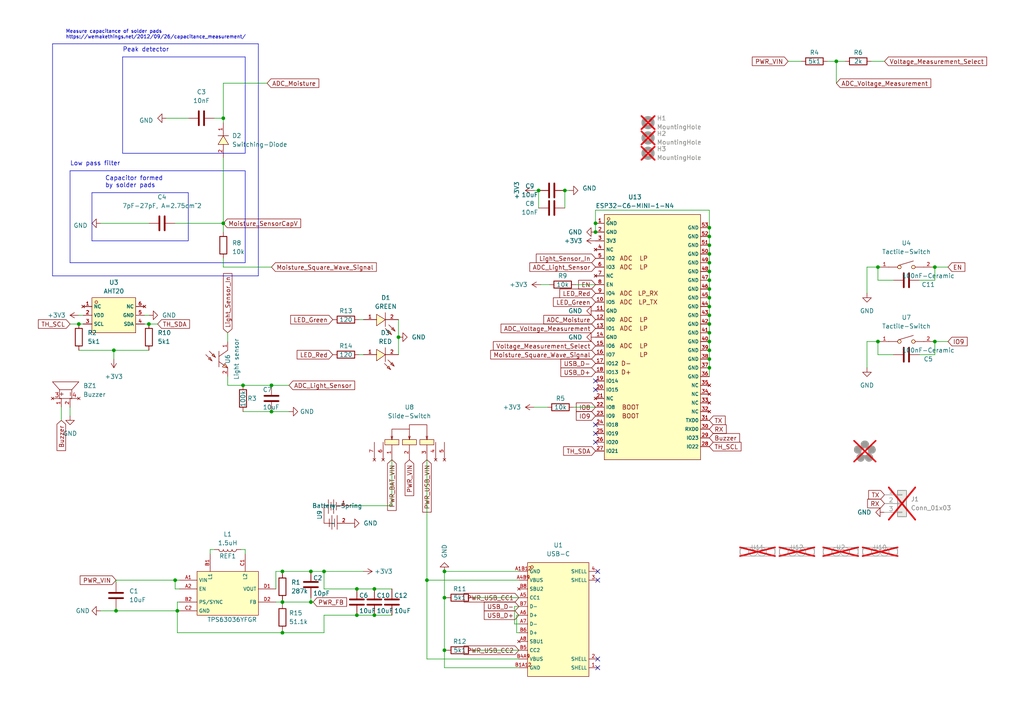
<source format=kicad_sch>
(kicad_sch (version 20231120) (generator "eeschema") (generator_version "8.0")
  (paper "A4")
  (title_block (title "Blumy") (date "2023-05-12") (rev "1.0"))
  (lib_symbols
    (symbol "Connector_Generic:Conn_01x03" (pin_names (offset 1.016) hide)
      (property "Reference" "J" (at 0 5.08 0))
      (property "Value" "Conn_01x03" (at 0 -5.08 0))
      (symbol "Conn_01x03_1_1"
        (pin passive line (at -5.08 2.54 0) (length 3.81) (name "Pin_1") (number "1"))
        (pin passive line (at -5.08 0 0) (length 3.81) (name "Pin_2") (number "2"))
        (pin passive line (at -5.08 -2.54 0) (length 3.81) (name "Pin_3") (number "3"))
      )
    )
    (symbol "Custom_Parts:AAA_Battery-Spring"
      (property "Reference" "U" (at 0 0 0))
      (symbol "AAA_Battery-Spring_1_1"
        (pin power_out line (at -3.81 -2.54 0) (length 3.81) (name "+") (number "1"))
        (pin power_out line (at -3.81 2.54 0) (length 3.81) (name "-") (number "2"))
      )
    )
    (symbol "Custom_Parts:AHT20-F"
      (property "Reference" "U" (at 0 1.27 0))
      (property "Value" "AHT20-F" (at 0 -2.54 0))
      (symbol "AHT20-F_0_1"
        (pin no_connect line (at -8.89 2.54 0) (length 2.54) (name "NC") (number "1"))
        (pin power_in line (at -8.89 0 0) (length 2.54) (name "VDD") (number "2"))
        (pin bidirectional line (at -8.89 -2.54 0) (length 2.54) (name "SCL") (number "3"))
        (pin bidirectional line (at 8.89 -2.54 180) (length 2.54) (name "SDA") (number "4"))
        (pin power_in line (at 8.89 0 180) (length 2.54) (name "GND") (number "5"))
        (pin no_connect line (at 8.89 2.54 180) (length 2.54) (name "NC") (number "6"))
      )
    )
    (symbol "Custom_Parts:ALS-PT19-315C_Light_Sensor" (pin_names hide)
      (property "Reference" "U" (at 0 1.27 0))
      (property "Value" "ALS-PT19-315C_Light_Sensor" (at 0 -2.54 0))
      (symbol "ALS-PT19-315C_Light_Sensor_1_1"
        (pin passive line (at 1.27 5.08 270) (length 2.54) (name "C") (number "1"))
        (pin passive line (at 1.27 -5.08 90) (length 2.54) (name "E") (number "2"))
      )
    )
    (symbol "Custom_Parts:Buzzer" (pin_names hide)
      (property "Reference" "B" (at 0 1.27 0))
      (property "Value" "Buzzer" (at 0 -2.54 0))
      (symbol "Buzzer_0_1"
        (pin input line (at -3.81 1.27 0) (length 2.54) (name "+") (number "1"))
        (pin power_in line (at -3.81 -1.27 0) (length 2.54) (name "2") (number "2"))
      )
      (symbol "Buzzer_1_1"
        (text "+" (at 0 1.27 0) (effects (font (size 1.27 1.27))))
        (text "-" (at 0 -1.27 0) (effects (font (size 1.27 1.27))))
        (pin no_connect line (at -1.27 3.81 270) (length 2.54) (name "NC") (number "3"))
        (pin no_connect line (at -1.27 -3.81 90) (length 2.54) (name "NC") (number "4"))
      )
    )
    (symbol "Custom_Parts:ESP32-C6-MINI-1-N4"
      (property "Reference" "U" (at 0 41.91 0))
      (property "Value" "ESP32-C6-MINI-1-N4" (at 0 39.37 0))
      (symbol "ESP32-C6-MINI-1-N4_0_1"
        (pin bidirectional line (at -11.43 10.16 0) (length 2.54) (name "IO5") (number "10"))
        (pin power_in line (at -11.43 7.62 0) (length 2.54) (name "GND") (number "11"))
        (pin bidirectional line (at -11.43 5.08 0) (length 2.54) (name "IO0") (number "12"))
        (pin bidirectional line (at -11.43 2.54 0) (length 2.54) (name "IO1") (number "13"))
        (pin power_in line (at -11.43 0 0) (length 2.54) (name "GND") (number "14"))
        (pin bidirectional line (at -11.43 -2.54 0) (length 2.54) (name "IO6") (number "15"))
        (pin bidirectional line (at -11.43 -5.08 0) (length 2.54) (name "IO7") (number "16"))
        (pin bidirectional line (at -11.43 -7.62 0) (length 2.54) (name "IO12") (number "17"))
        (pin bidirectional line (at -11.43 -10.16 0) (length 2.54) (name "IO13") (number "18"))
        (pin bidirectional line (at -11.43 -12.7 0) (length 2.54) (name "IO14") (number "19"))
        (pin bidirectional line (at -11.43 -15.24 0) (length 2.54) (name "IO15") (number "20"))
        (pin no_connect line (at -11.43 -17.78 0) (length 2.54) (name "NC") (number "21"))
        (pin bidirectional line (at -11.43 -20.32 0) (length 2.54) (name "IO8") (number "22"))
        (pin bidirectional line (at -11.43 -22.86 0) (length 2.54) (name "IO9") (number "23"))
        (pin bidirectional line (at -11.43 -25.4 0) (length 2.54) (name "IO18") (number "24"))
        (pin bidirectional line (at -11.43 -27.94 0) (length 2.54) (name "IO19") (number "25"))
        (pin bidirectional line (at -11.43 -30.48 0) (length 2.54) (name "IO20") (number "26"))
        (pin bidirectional line (at -11.43 -33.02 0) (length 2.54) (name "IO21") (number "27"))
        (pin bidirectional line (at 21.59 -31.75 180) (length 2.54) (name "IO22") (number "28"))
        (pin bidirectional line (at 21.59 -29.21 180) (length 2.54) (name "IO23") (number "29"))
        (pin bidirectional line (at 21.59 -26.67 180) (length 2.54) (name "RXD0") (number "30"))
        (pin bidirectional line (at 21.59 -24.13 180) (length 2.54) (name "TXD0") (number "31"))
        (pin no_connect line (at 21.59 -21.59 180) (length 2.54) (name "NC") (number "32"))
        (pin no_connect line (at 21.59 -19.05 180) (length 2.54) (name "NC") (number "33"))
        (pin no_connect line (at 21.59 -16.51 180) (length 2.54) (name "NC") (number "34"))
        (pin no_connect line (at 21.59 -13.97 180) (length 2.54) (name "NC") (number "35"))
        (pin power_in line (at 21.59 -11.43 180) (length 2.54) (name "GND") (number "36"))
        (pin power_in line (at 21.59 -8.89 180) (length 2.54) (name "GND") (number "37"))
        (pin power_in line (at 21.59 -6.35 180) (length 2.54) (name "GND") (number "38"))
        (pin power_in line (at 21.59 -3.81 180) (length 2.54) (name "GND") (number "39"))
        (pin power_in line (at 21.59 -1.27 180) (length 2.54) (name "GND") (number "40"))
        (pin power_in line (at 21.59 1.27 180) (length 2.54) (name "GND") (number "41"))
        (pin power_in line (at 21.59 3.81 180) (length 2.54) (name "GND") (number "42"))
        (pin power_in line (at 21.59 6.35 180) (length 2.54) (name "GND") (number "43"))
        (pin power_in line (at 21.59 8.89 180) (length 2.54) (name "GND") (number "44"))
        (pin power_in line (at 21.59 11.43 180) (length 2.54) (name "GND") (number "45"))
        (pin power_in line (at 21.59 13.97 180) (length 2.54) (name "GND") (number "46"))
        (pin power_in line (at 21.59 16.51 180) (length 2.54) (name "GND") (number "47"))
        (pin power_in line (at 21.59 19.05 180) (length 2.54) (name "GND") (number "48"))
        (pin power_in line (at 21.59 21.59 180) (length 2.54) (name "GND") (number "49"))
        (pin bidirectional line (at -11.43 22.86 0) (length 2.54) (name "IO2") (number "5"))
        (pin power_in line (at 21.59 24.13 180) (length 2.54) (name "GND") (number "50"))
        (pin power_in line (at 21.59 26.67 180) (length 2.54) (name "GND") (number "51"))
        (pin power_in line (at 21.59 29.21 180) (length 2.54) (name "GND") (number "52"))
        (pin power_in line (at 21.59 31.75 180) (length 2.54) (name "GND") (number "53"))
        (pin bidirectional line (at -11.43 20.32 0) (length 2.54) (name "IO3") (number "6"))
        (pin no_connect line (at -11.43 17.78 0) (length 2.54) (name "NC") (number "7"))
        (pin input line (at -11.43 15.24 0) (length 2.54) (name "EN") (number "8"))
        (pin bidirectional line (at -11.43 12.7 0) (length 2.54) (name "IO4") (number "9"))
      )
      (symbol "ESP32-C6-MINI-1-N4_1_1"
        (text "ADC" (at -2.54 -2.54 0) (effects (font (size 1.27 1.27))))
        (text "ADC" (at -2.54 2.54 0) (effects (font (size 1.27 1.27))))
        (text "ADC" (at -2.54 5.08 0) (effects (font (size 1.27 1.27))))
        (text "ADC" (at -2.54 10.16 0) (effects (font (size 1.27 1.27))))
        (text "ADC" (at -2.54 12.7 0) (effects (font (size 1.27 1.27))))
        (text "ADC" (at -2.54 20.32 0) (effects (font (size 1.27 1.27))))
        (text "ADC" (at -2.54 22.86 0) (effects (font (size 1.27 1.27))))
        (text "BOOT" (at -1.27 -22.86 0) (effects (font (size 1.27 1.27))))
        (text "BOOT" (at -1.27 -20.32 0) (effects (font (size 1.27 1.27))))
        (text "D+" (at -2.54 -10.16 0) (effects (font (size 1.27 1.27))))
        (text "D-" (at -2.54 -7.62 0) (effects (font (size 1.27 1.27))))
        (text "LP" (at 2.54 -5.08 0) (effects (font (size 1.27 1.27))))
        (text "LP" (at 2.54 -2.54 0) (effects (font (size 1.27 1.27))))
        (text "LP" (at 2.54 2.54 0) (effects (font (size 1.27 1.27))))
        (text "LP" (at 2.54 5.08 0) (effects (font (size 1.27 1.27))))
        (text "LP" (at 2.54 20.32 0) (effects (font (size 1.27 1.27))))
        (text "LP" (at 2.54 22.86 0) (effects (font (size 1.27 1.27))))
        (text "LP_RX" (at 3.81 12.7 0) (effects (font (size 1.27 1.27))))
        (text "LP_TX" (at 3.81 10.16 0) (effects (font (size 1.27 1.27))))
        (pin power_in line (at -11.43 33.02 0) (length 2.54) (name "GND") (number "1"))
        (pin power_in line (at -11.43 30.48 0) (length 2.54) (name "GND") (number "2"))
        (pin power_in line (at -11.43 27.94 0) (length 2.54) (name "3V3") (number "3"))
        (pin no_connect line (at -11.43 25.4 0) (length 2.54) (name "NC") (number "4"))
      )
    )
    (symbol "Custom_Parts:Flower" (pin_names (offset 1.016)))
    (symbol "Custom_Parts:HC-TYPE-C-16P-01A-G"
      (property "Reference" "U" (at 0 1.27 0))
      (property "Value" "HC-TYPE-C-16P-01A-G" (at 0 -2.54 0))
      (symbol "HC-TYPE-C-16P-01A-G_0_1"
        (pin passive line (at 10.16 -12.7 180) (length 2.54) (name "SHELL") (number "1"))
        (pin passive line (at 10.16 -10.16 180) (length 2.54) (name "SHELL") (number "2"))
        (pin passive line (at 10.16 12.7 180) (length 2.54) (name "SHELL") (number "3"))
        (pin passive line (at 10.16 15.24 180) (length 2.54) (name "SHELL") (number "4"))
        (pin power_out line (at -12.7 15.24 0) (length 2.54) (name "GND") (number "A1B12"))
        (pin power_out line (at -12.7 12.7 0) (length 2.54) (name "VBUS") (number "A4B9"))
        (pin passive line (at -12.7 7.62 0) (length 2.54) (name "CC1") (number "A5"))
        (pin bidirectional line (at -12.7 2.54 0) (length 2.54) (name "D+") (number "A6"))
        (pin bidirectional line (at -12.7 0 0) (length 2.54) (name "D-") (number "A7"))
        (pin no_connect line (at -12.7 -5.08 0) (length 2.54) (name "SBU1") (number "A8"))
        (pin power_in line (at -12.7 -12.7 0) (length 2.54) (name "GND") (number "B1A12"))
        (pin power_in line (at -12.7 -10.16 0) (length 2.54) (name "VBUS") (number "B4A9"))
        (pin passive line (at -12.7 -7.62 0) (length 2.54) (name "CC2") (number "B5"))
        (pin bidirectional line (at -12.7 -2.54 0) (length 2.54) (name "D+") (number "B6"))
        (pin bidirectional line (at -12.7 5.08 0) (length 2.54) (name "D-") (number "B7"))
        (pin no_connect line (at -12.7 10.16 0) (length 2.54) (name "SBU2") (number "B8"))
      )
    )
    (symbol "Custom_Parts:Led_Green" (pin_names hide)
      (property "Reference" "LED" (at 0 1.27 0))
      (property "Value" "Led_Green" (at 0 -2.54 0))
      (symbol "Led_Green_1_1"
        (pin passive line (at 5.08 0 180) (length 3.81) (name "A") (number "1"))
        (pin passive line (at -5.08 0 0) (length 3.81) (name "K") (number "2"))
      )
    )
    (symbol "Custom_Parts:Led_Red" (pin_names hide)
      (property "Reference" "LED" (at 0 1.27 0))
      (property "Value" "Led_Red" (at 0 -2.54 0))
      (symbol "Led_Red_0_1"
        (pin passive line (at 5.08 0 180) (length 3.81) (name "+") (number "1"))
        (pin passive line (at -5.08 0 0) (length 3.81) (name "-") (number "2"))
      )
    )
    (symbol "Custom_Parts:MK-12C02-G025" (pin_names hide)
      (property "Reference" "U" (at 0 1.27 0))
      (property "Value" "MK-12C02-G025" (at 0 -2.54 0))
      (symbol "MK-12C02-G025_0_1"
        (pin no_connect line (at 7.62 -5.08 90) (length 5.08) (name "4") (number "4"))
        (pin no_connect line (at 10.16 -5.08 90) (length 5.08) (name "5") (number "5"))
        (pin no_connect line (at -7.62 -5.08 90) (length 5.08) (name "6") (number "6"))
        (pin no_connect line (at -10.16 -5.08 90) (length 5.08) (name "7") (number "7"))
      )
      (symbol "MK-12C02-G025_1_1"
        (pin power_in line (at -5.08 -5.08 90) (length 4.318) (name "1") (number "1"))
        (pin power_out line (at 0 -5.08 90) (length 4.318) (name "2") (number "2"))
        (pin power_in line (at 5.08 -5.08 90) (length 4.318) (name "3") (number "3"))
      )
    )
    (symbol "Custom_Parts:MouseBite5mm"
      (property "Reference" "U" (at 0 0 0))
    )
    (symbol "Custom_Parts:SOD-123-Switching-Diode" (pin_names hide)
      (property "Reference" "U" (at 0 1.27 0))
      (property "Value" "SOD-123-Switching-Diode" (at 0 -2.54 0))
      (symbol "SOD-123-Switching-Diode_1_1"
        (pin passive line (at -5.08 0 0) (length 3.81) (name "K") (number "1"))
        (pin passive line (at 5.08 0 180) (length 3.81) (name "A") (number "2"))
      )
    )
    (symbol "Custom_Parts:TPS63036YFGR"
      (property "Reference" "REF" (at 0 1.27 0))
      (property "Value" "TPS63036YFGR" (at -1.27 -6.35 0))
      (symbol "TPS63036YFGR_0_1"
        (pin power_in line (at -15.24 5.08 0) (length 5.08) (name "VIN") (number "A1"))
        (pin input line (at -15.24 2.54 0) (length 5.08) (name "EN") (number "A2"))
        (pin passive line (at -6.35 12.7 270) (length 5.08) (name "L1") (number "B1"))
        (pin input line (at -15.24 -1.27 0) (length 5.08) (name "PS/SYNC") (number "B2"))
        (pin passive line (at 3.81 12.7 270) (length 5.08) (name "L2") (number "C1"))
        (pin power_in line (at -15.24 -3.81 0) (length 5.08) (name "GND") (number "C2"))
        (pin power_out line (at 12.7 2.54 180) (length 5.08) (name "VOUT") (number "D1"))
        (pin input line (at 12.7 -1.27 180) (length 5.08) (name "FB") (number "D2"))
      )
    )
    (symbol "Custom_Parts:TS-1088-AR02016" (pin_names hide)
      (property "Reference" "U" (at 0 1.27 0))
      (property "Value" "TS-1088-AR02016" (at 0 -2.54 0))
      (symbol "TS-1088-AR02016_0_1"
        (pin passive line (at -7.62 0 0) (length 2.54) (name "1") (number "1"))
        (pin passive line (at 7.62 0 180) (length 2.54) (name "2") (number "2"))
      )
    )
    (symbol "Device:C" (pin_numbers hide) (pin_names (offset 0.254))
      (property "Reference" "C" (at 0.635 2.54 0))
      (property "Value" "C" (at 0.635 -2.54 0))
      (symbol "C_1_1"
        (pin passive line (at 0 3.81 270) (length 2.794) (name "~") (number "1"))
        (pin passive line (at 0 -3.81 90) (length 2.794) (name "~") (number "2"))
      )
    )
    (symbol "Device:L" (pin_numbers hide) (pin_names (offset 1.016) hide)
      (property "Reference" "L" (at -1.27 0 90))
      (property "Value" "L" (at 1.905 0 90))
      (symbol "L_1_1"
        (pin passive line (at 0 3.81 270) (length 1.27) (name "1") (number "1"))
        (pin passive line (at 0 -3.81 90) (length 1.27) (name "2") (number "2"))
      )
    )
    (symbol "Device:R" (pin_numbers hide) (pin_names (offset 0))
      (property "Reference" "R" (at 2.032 0 90))
      (property "Value" "R" (at 0 0 90))
      (symbol "R_1_1"
        (pin passive line (at 0 3.81 270) (length 1.27) (name "~") (number "1"))
        (pin passive line (at 0 -3.81 90) (length 1.27) (name "~") (number "2"))
      )
    )
    (symbol "Mechanical:MountingHole" (pin_names (offset 1.016))
      (property "Reference" "H" (at 0 5.08 0))
      (property "Value" "MountingHole" (at 0 3.175 0))
    )
    (symbol "power:+3V3" (power) (pin_names (offset 0))
      (property "Value" "+3V3" (at 0 3.556 0))
      (symbol "+3V3_1_1"
        (pin power_in line (at 0 0 90) (length 0) hide (name "+3V3") (number "1"))
      )
    )
    (symbol "power:GND" (power) (pin_names (offset 0))
      (property "Value" "GND" (at 0 -3.81 0))
      (symbol "GND_1_1"
        (pin power_in line (at 0 0 270) (length 0) hide (name "GND") (number "1"))
      )
    )
  )
  (junction (at 81.915 174.625))
  (junction (at 205.74 81.28))
  (junction (at 254.635 99.06))
  (junction (at 205.74 101.6))
  (junction (at 205.74 83.82))
  (junction (at 33.655 177.165))
  (junction (at 81.915 165.735))
  (junction (at 242.57 17.78))
  (junction (at 115.57 97.79))
  (junction (at 254.635 77.47))
  (junction (at 205.74 93.98))
  (junction (at 33.02 101.6))
  (junction (at 205.74 68.58))
  (junction (at 78.74 111.76))
  (junction (at 163.83 55.245))
  (junction (at 205.74 91.44))
  (junction (at 78.74 119.38))
  (junction (at 205.74 71.12))
  (junction (at 205.74 86.36))
  (junction (at 123.825 168.275))
  (junction (at 43.18 93.98))
  (junction (at 103.505 170.815))
  (junction (at 205.74 88.9))
  (junction (at 205.74 66.04))
  (junction (at 205.74 78.74))
  (junction (at 205.74 73.66))
  (junction (at 205.74 96.52))
  (junction (at 90.17 165.735))
  (junction (at 271.145 99.06))
  (junction (at 50.8 168.275))
  (junction (at 205.74 106.68))
  (junction (at 156.21 55.245))
  (junction (at 81.915 183.515))
  (junction (at 108.585 178.435))
  (junction (at 205.74 104.14))
  (junction (at 22.86 93.98))
  (junction (at 64.77 64.77))
  (junction (at 128.905 188.595))
  (junction (at 172.72 64.77))
  (junction (at 128.905 173.355))
  (junction (at 108.585 170.815))
  (junction (at 172.72 67.31))
  (junction (at 64.77 34.29))
  (junction (at 205.74 76.2))
  (junction (at 205.74 99.06))
  (junction (at 271.145 77.47))
  (junction (at 70.485 111.76))
  (junction (at 103.505 178.435))
  (junction (at 128.905 165.735))
  (junction (at 90.17 174.625))
  (junction (at 93.98 165.735))
  (junction (at 51.435 177.165))
  (no_connect (at 173.355 168.275))
  (no_connect (at 173.355 165.735))
  (no_connect (at 173.355 191.135))
  (no_connect (at 173.355 193.675))
  (no_connect (at 172.72 125.73))
  (no_connect (at 172.72 113.03))
  (no_connect (at 172.72 123.19))
  (no_connect (at 172.72 110.49))
  (no_connect (at 172.72 128.27))
  (wire (pts (xy 128.905 188.595) (xy 128.905 193.675)))
  (wire (pts (xy 66.04 109.22) (xy 66.04 111.76)))
  (wire (pts (xy 101.6 146.685) (xy 113.665 146.685)))
  (wire (pts (xy 104.14 92.71) (xy 105.41 92.71)))
  (wire (pts (xy 205.74 96.52) (xy 205.74 99.06)))
  (wire (pts (xy 123.825 191.135) (xy 150.495 191.135)))
  (polyline (pts (xy 20.32 76.2) (xy 71.12 76.2)))
  (polyline (pts (xy 26.67 55.88) (xy 26.67 69.85)))
  (wire (pts (xy 159.385 82.55) (xy 156.845 82.55)))
  (wire (pts (xy 128.905 173.355) (xy 128.905 188.595)))
  (wire (pts (xy 205.74 91.44) (xy 205.74 93.98)))
  (wire (pts (xy 52.07 170.815) (xy 50.8 170.815)))
  (wire (pts (xy 205.74 60.96) (xy 205.74 66.04)))
  (polyline (pts (xy 54.61 69.85) (xy 54.61 55.88)))
  (wire (pts (xy 271.145 102.87) (xy 271.145 99.06)))
  (wire (pts (xy 205.74 99.06) (xy 205.74 101.6)))
  (wire (pts (xy 205.74 78.74) (xy 205.74 81.28)))
  (wire (pts (xy 240.03 17.78) (xy 242.57 17.78)))
  (wire (pts (xy 228.6 17.78) (xy 232.41 17.78)))
  (wire (pts (xy 33.02 101.6) (xy 43.18 101.6)))
  (wire (pts (xy 172.72 64.77) (xy 172.72 60.96)))
  (wire (pts (xy 78.74 119.38) (xy 83.82 119.38)))
  (wire (pts (xy 270.51 77.47) (xy 271.145 77.47)))
  (wire (pts (xy 104.14 102.87) (xy 105.41 102.87)))
  (wire (pts (xy 205.74 68.58) (xy 205.74 71.12)))
  (polyline (pts (xy 15.24 12.7) (xy 74.93 12.7)))
  (wire (pts (xy 48.26 34.29) (xy 54.61 34.29)))
  (wire (pts (xy 60.96 159.385) (xy 60.96 160.655)))
  (wire (pts (xy 22.86 93.98) (xy 24.13 93.98)))
  (wire (pts (xy 205.74 106.68) (xy 205.74 109.22)))
  (wire (pts (xy 43.18 93.98) (xy 41.91 93.98)))
  (wire (pts (xy 64.77 74.93) (xy 64.77 77.47)))
  (wire (pts (xy 52.07 174.625) (xy 51.435 174.625)))
  (wire (pts (xy 150.495 175.895) (xy 149.225 175.895)))
  (wire (pts (xy 254.635 99.06) (xy 255.27 99.06)))
  (wire (pts (xy 51.435 183.515) (xy 51.435 177.165)))
  (wire (pts (xy 93.98 178.435) (xy 103.505 178.435)))
  (wire (pts (xy 93.98 165.735) (xy 93.98 170.815)))
  (wire (pts (xy 128.905 188.595) (xy 129.54 188.595)))
  (wire (pts (xy 80.01 174.625) (xy 81.915 174.625)))
  (wire (pts (xy 81.915 165.735) (xy 81.915 166.37)))
  (wire (pts (xy 22.86 91.44) (xy 24.13 91.44)))
  (wire (pts (xy 251.46 77.47) (xy 251.46 85.09)))
  (wire (pts (xy 70.485 111.76) (xy 78.74 111.76)))
  (wire (pts (xy 128.905 165.735) (xy 128.905 173.355)))
  (wire (pts (xy 81.915 175.26) (xy 81.915 174.625)))
  (wire (pts (xy 33.655 176.53) (xy 33.655 177.165)))
  (wire (pts (xy 64.77 24.13) (xy 77.47 24.13)))
  (wire (pts (xy 103.505 170.815) (xy 108.585 170.815)))
  (wire (pts (xy 66.04 111.76) (xy 70.485 111.76)))
  (wire (pts (xy 163.83 55.245) (xy 163.83 60.325)))
  (wire (pts (xy 123.825 133.35) (xy 123.825 168.275)))
  (wire (pts (xy 205.74 86.36) (xy 205.74 88.9)))
  (wire (pts (xy 205.74 71.12) (xy 205.74 73.66)))
  (wire (pts (xy 103.505 178.435) (xy 108.585 178.435)))
  (wire (pts (xy 205.74 83.82) (xy 205.74 86.36)))
  (polyline (pts (xy 15.24 80.01) (xy 74.93 80.01)))
  (wire (pts (xy 108.585 170.815) (xy 113.665 170.815)))
  (wire (pts (xy 149.86 178.435) (xy 150.495 178.435)))
  (wire (pts (xy 137.16 188.595) (xy 150.495 188.595)))
  (wire (pts (xy 29.21 177.165) (xy 33.655 177.165)))
  (wire (pts (xy 62.23 159.385) (xy 60.96 159.385)))
  (wire (pts (xy 137.16 173.355) (xy 150.495 173.355)))
  (wire (pts (xy 251.46 99.06) (xy 251.46 106.68)))
  (wire (pts (xy 205.74 88.9) (xy 205.74 91.44)))
  (wire (pts (xy 41.91 91.44) (xy 43.18 91.44)))
  (wire (pts (xy 149.225 180.975) (xy 150.495 180.975)))
  (wire (pts (xy 172.72 64.77) (xy 172.72 67.31)))
  (wire (pts (xy 90.17 174.625) (xy 90.805 174.625)))
  (wire (pts (xy 205.74 93.98) (xy 205.74 96.52)))
  (wire (pts (xy 71.12 159.385) (xy 71.12 160.655)))
  (wire (pts (xy 93.98 165.735) (xy 90.17 165.735)))
  (wire (pts (xy 81.915 174.625) (xy 90.17 174.625)))
  (wire (pts (xy 17.78 118.11) (xy 17.78 121.92)))
  (wire (pts (xy 90.17 165.735) (xy 81.915 165.735)))
  (wire (pts (xy 113.665 146.685) (xy 113.665 133.35)))
  (wire (pts (xy 271.145 81.28) (xy 271.145 77.47)))
  (wire (pts (xy 252.73 17.78) (xy 256.54 17.78)))
  (wire (pts (xy 81.915 174.625) (xy 81.915 173.99)))
  (wire (pts (xy 115.57 97.79) (xy 115.57 102.87)))
  (wire (pts (xy 29.21 64.77) (xy 43.18 64.77)))
  (wire (pts (xy 50.8 170.815) (xy 50.8 168.275)))
  (wire (pts (xy 242.57 17.78) (xy 242.57 24.13)))
  (wire (pts (xy 20.32 118.11) (xy 20.32 120.65)))
  (polyline (pts (xy 20.32 49.53) (xy 71.12 49.53)))
  (wire (pts (xy 254.635 102.87) (xy 254.635 99.06)))
  (wire (pts (xy 165.1 55.245) (xy 163.83 55.245)))
  (wire (pts (xy 93.98 170.815) (xy 103.505 170.815)))
  (wire (pts (xy 205.74 81.28) (xy 205.74 83.82)))
  (wire (pts (xy 64.77 77.47) (xy 78.74 77.47)))
  (wire (pts (xy 50.8 168.275) (xy 52.07 168.275)))
  (wire (pts (xy 254.635 81.28) (xy 254.635 77.47)))
  (wire (pts (xy 128.905 173.355) (xy 129.54 173.355)))
  (wire (pts (xy 128.905 193.675) (xy 150.495 193.675)))
  (polyline (pts (xy 15.24 80.01) (xy 15.24 12.7)))
  (wire (pts (xy 271.145 77.47) (xy 274.955 77.47)))
  (wire (pts (xy 64.77 24.13) (xy 64.77 34.29)))
  (wire (pts (xy 205.74 66.04) (xy 205.74 68.58)))
  (wire (pts (xy 172.72 118.11) (xy 166.37 118.11)))
  (wire (pts (xy 51.435 174.625) (xy 51.435 177.165)))
  (wire (pts (xy 271.145 99.06) (xy 274.955 99.06)))
  (wire (pts (xy 123.825 168.275) (xy 150.495 168.275)))
  (wire (pts (xy 20.32 93.98) (xy 22.86 93.98)))
  (wire (pts (xy 205.74 76.2) (xy 205.74 78.74)))
  (wire (pts (xy 93.98 183.515) (xy 93.98 178.435)))
  (polyline (pts (xy 26.67 55.88) (xy 54.61 55.88)))
  (wire (pts (xy 33.02 101.6) (xy 33.02 104.14)))
  (polyline (pts (xy 20.32 49.53) (xy 20.32 76.2)))
  (wire (pts (xy 266.7 81.28) (xy 271.145 81.28)))
  (wire (pts (xy 259.08 81.28) (xy 254.635 81.28)))
  (wire (pts (xy 128.905 165.735) (xy 150.495 165.735)))
  (wire (pts (xy 80.01 165.735) (xy 80.01 170.815)))
  (wire (pts (xy 81.915 182.88) (xy 81.915 183.515)))
  (wire (pts (xy 172.72 82.55) (xy 167.005 82.55)))
  (wire (pts (xy 33.655 168.275) (xy 50.8 168.275)))
  (wire (pts (xy 62.23 34.29) (xy 64.77 34.29)))
  (wire (pts (xy 266.7 102.87) (xy 271.145 102.87)))
  (polyline (pts (xy 26.67 69.85) (xy 54.61 69.85)))
  (polyline (pts (xy 35.56 44.45) (xy 71.12 44.45)))
  (polyline (pts (xy 35.56 16.51) (xy 35.56 44.45)))
  (wire (pts (xy 81.915 183.515) (xy 51.435 183.515)))
  (wire (pts (xy 64.77 67.31) (xy 64.77 64.77)))
  (wire (pts (xy 149.225 175.895) (xy 149.225 180.975)))
  (wire (pts (xy 90.17 173.355) (xy 90.17 174.625)))
  (wire (pts (xy 205.74 73.66) (xy 205.74 76.2)))
  (wire (pts (xy 64.77 34.29) (xy 64.77 35.56)))
  (wire (pts (xy 115.57 92.71) (xy 115.57 97.79)))
  (wire (pts (xy 51.435 177.165) (xy 52.07 177.165)))
  (wire (pts (xy 105.41 165.735) (xy 93.98 165.735)))
  (wire (pts (xy 172.72 60.96) (xy 205.74 60.96)))
  (wire (pts (xy 123.825 168.275) (xy 123.825 191.135)))
  (wire (pts (xy 50.8 64.77) (xy 64.77 64.77)))
  (wire (pts (xy 66.04 96.52) (xy 66.04 99.06)))
  (wire (pts (xy 78.74 111.76) (xy 83.82 111.76)))
  (wire (pts (xy 150.495 183.515) (xy 149.86 183.515)))
  (wire (pts (xy 64.77 45.72) (xy 64.77 64.77)))
  (wire (pts (xy 251.46 99.06) (xy 254.635 99.06)))
  (wire (pts (xy 149.86 183.515) (xy 149.86 178.435)))
  (wire (pts (xy 81.915 183.515) (xy 93.98 183.515)))
  (wire (pts (xy 242.57 17.78) (xy 245.11 17.78)))
  (wire (pts (xy 158.75 118.11) (xy 154.94 118.11)))
  (wire (pts (xy 69.85 159.385) (xy 71.12 159.385)))
  (wire (pts (xy 254.635 77.47) (xy 255.27 77.47)))
  (polyline (pts (xy 71.12 16.51) (xy 35.56 16.51)))
  (wire (pts (xy 33.655 177.165) (xy 51.435 177.165)))
  (wire (pts (xy 22.86 101.6) (xy 33.02 101.6)))
  (wire (pts (xy 205.74 104.14) (xy 205.74 106.68)))
  (polyline (pts (xy 71.12 76.2) (xy 71.12 49.53)))
  (wire (pts (xy 156.21 55.245) (xy 156.21 60.325)))
  (wire (pts (xy 108.585 178.435) (xy 113.665 178.435)))
  (polyline (pts (xy 71.12 16.51) (xy 71.12 44.45)))
  (wire (pts (xy 33.655 168.91) (xy 33.655 168.275)))
  (wire (pts (xy 259.08 102.87) (xy 254.635 102.87)))
  (wire (pts (xy 45.72 93.98) (xy 43.18 93.98)))
  (polyline (pts (xy 74.93 12.7) (xy 74.93 80.01)))
  (wire (pts (xy 251.46 77.47) (xy 254.635 77.47)))
  (wire (pts (xy 205.74 101.6) (xy 205.74 104.14)))
  (wire (pts (xy 70.485 119.38) (xy 78.74 119.38)))
  (wire (pts (xy 154.94 55.245) (xy 156.21 55.245)))
  (wire (pts (xy 270.51 99.06) (xy 271.145 99.06)))
  (wire (pts (xy 81.915 165.735) (xy 80.01 165.735)))
  (text "Capacitor formed\nby solder pads" (at 30.48 54.61 0) (effects (font (size 1.27 1.27)) (justify left bottom)))
  (text "Measure capacitance of solder pads\nhttps://wemakethings.net/2012/09/26/capacitance_measurement/" (at 19.05 11.43 0) (effects (font (size 1 1)) (justify left bottom)))
  (text "Peak detector" (at 35.56 15.24 0) (effects (font (size 1.27 1.27)) (justify left bottom)))
  (text "Low pass filter" (at 20.32 48.26 0) (effects (font (size 1.27 1.27)) (justify left bottom)))
  (global_label "IO9" (shape input) (at 274.955 99.06 0) (property "Intersheetrefs" "${INTERSHEET_REFS}" (effects (hide yes))))
  (global_label "Buzzer" (shape input) (at 205.74 127 0) (property "Intersheetrefs" "${INTERSHEET_REFS}" (effects (hide yes))))
  (global_label "USB_D+" (shape input) (at 172.72 107.95 180) (property "Intersheetrefs" "${INTERSHEET_REFS}" (effects (hide yes))))
  (global_label "USB_D-" (shape input) (at 150.495 175.895 180) (property "Intersheetrefs" "${INTERSHEET_REFS}" (effects (hide yes))))
  (global_label "ADC_Moisture" (shape input) (at 77.47 24.13 0) (property "Intersheetrefs" "${INTERSHEET_REFS}" (effects (hide yes))))
  (global_label "Buzzer" (shape input) (at 17.78 121.92 270) (property "Intersheetrefs" "${INTERSHEET_REFS}" (effects (hide yes))))
  (global_label "ADC_Voltage_Measurement" (shape input) (at 172.72 95.25 180) (property "Intersheetrefs" "${INTERSHEET_REFS}" (effects (hide yes))))
  (global_label "ADC_Voltage_Measurement" (shape input) (at 242.57 24.13 0) (property "Intersheetrefs" "${INTERSHEET_REFS}" (effects (hide yes))))
  (global_label "Voltage_Measurement_Select" (shape input) (at 172.72 100.33 180) (property "Intersheetrefs" "${INTERSHEET_REFS}" (effects (hide yes))))
  (global_label "TH_SCL" (shape input) (at 205.74 129.54 0) (property "Intersheetrefs" "${INTERSHEET_REFS}" (effects (hide yes))))
  (global_label "TX" (shape input) (at 256.54 143.51 180) (property "Intersheetrefs" "${INTERSHEET_REFS}" (effects (hide yes))))
  (global_label "PWR_BAT_VIN" (shape input) (at 113.665 133.35 270) (property "Intersheetrefs" "${INTERSHEET_REFS}" (effects (hide yes))))
  (global_label "PWR_VIN" (shape input) (at 228.6 17.78 180) (property "Intersheetrefs" "${INTERSHEET_REFS}" (effects (hide yes))))
  (global_label "ADC_Light_Sensor" (shape input) (at 83.82 111.76 0) (property "Intersheetrefs" "${INTERSHEET_REFS}" (effects (hide yes))))
  (global_label "PWR_USB_CC1" (shape input) (at 150.495 173.355 180) (property "Intersheetrefs" "${INTERSHEET_REFS}" (effects (hide yes))))
  (global_label "LED_Red" (shape input) (at 96.52 102.87 180) (property "Intersheetrefs" "${INTERSHEET_REFS}" (effects (hide yes))))
  (global_label "PWR_USB_CC2" (shape input) (at 150.495 188.595 180) (property "Intersheetrefs" "${INTERSHEET_REFS}" (effects (hide yes))))
  (global_label "RX" (shape input) (at 256.54 146.05 180) (property "Intersheetrefs" "${INTERSHEET_REFS}" (effects (hide yes))))
  (global_label "ADC_Moisture" (shape input) (at 172.72 92.71 180) (property "Intersheetrefs" "${INTERSHEET_REFS}" (effects (hide yes))))
  (global_label "LED_Green" (shape input) (at 172.72 87.63 180) (property "Intersheetrefs" "${INTERSHEET_REFS}" (effects (hide yes))))
  (global_label "USB_D-" (shape input) (at 172.72 105.41 180) (property "Intersheetrefs" "${INTERSHEET_REFS}" (effects (hide yes))))
  (global_label "Moisture_Square_Wave_Signal" (shape input) (at 172.72 102.87 180) (property "Intersheetrefs" "${INTERSHEET_REFS}" (effects (hide yes))))
  (global_label "PWR_VIN" (shape input) (at 118.745 133.35 270) (property "Intersheetrefs" "${INTERSHEET_REFS}" (effects (hide yes))))
  (global_label "RX" (shape input) (at 205.74 124.46 0) (property "Intersheetrefs" "${INTERSHEET_REFS}" (effects (hide yes))))
  (global_label "LED_Red" (shape input) (at 172.72 85.09 180) (property "Intersheetrefs" "${INTERSHEET_REFS}" (effects (hide yes))))
  (global_label "TH_SDA" (shape input) (at 45.72 93.98 0) (property "Intersheetrefs" "${INTERSHEET_REFS}" (effects (hide yes))))
  (global_label "PWR_USB_VIN" (shape input) (at 123.825 133.35 270) (property "Intersheetrefs" "${INTERSHEET_REFS}" (effects (hide yes))))
  (global_label "PWR_FB" (shape input) (at 90.805 174.625 0) (property "Intersheetrefs" "${INTERSHEET_REFS}" (effects (hide yes))))
  (global_label "PWR_VIN" (shape input) (at 33.655 168.275 180) (property "Intersheetrefs" "${INTERSHEET_REFS}" (effects (hide yes))))
  (global_label "TH_SDA" (shape input) (at 172.72 130.81 180) (property "Intersheetrefs" "${INTERSHEET_REFS}" (effects (hide yes))))
  (global_label "LED_Green" (shape input) (at 96.52 92.71 180) (property "Intersheetrefs" "${INTERSHEET_REFS}" (effects (hide yes))))
  (global_label "IO8" (shape input) (at 172.72 118.11 180) (property "Intersheetrefs" "${INTERSHEET_REFS}" (effects (hide yes))))
  (global_label "USB_D+" (shape input) (at 150.495 178.435 180) (property "Intersheetrefs" "${INTERSHEET_REFS}" (effects (hide yes))))
  (global_label "ADC_Light_Sensor" (shape input) (at 172.72 77.47 180) (property "Intersheetrefs" "${INTERSHEET_REFS}" (effects (hide yes))))
  (global_label "EN" (shape input) (at 172.72 82.55 180) (property "Intersheetrefs" "${INTERSHEET_REFS}" (effects (hide yes))))
  (global_label "EN" (shape input) (at 274.955 77.47 0) (property "Intersheetrefs" "${INTERSHEET_REFS}" (effects (hide yes))))
  (global_label "TX" (shape input) (at 205.74 121.92 0) (property "Intersheetrefs" "${INTERSHEET_REFS}" (effects (hide yes))))
  (global_label "Light_Sensor_In" (shape input) (at 66.04 96.52 90) (property "Intersheetrefs" "${INTERSHEET_REFS}" (effects (hide yes))))
  (global_label "Voltage_Measurement_Select" (shape input) (at 256.54 17.78 0) (property "Intersheetrefs" "${INTERSHEET_REFS}" (effects (hide yes))))
  (global_label "Moisture_Square_Wave_Signal" (shape input) (at 78.74 77.47 0) (property "Intersheetrefs" "${INTERSHEET_REFS}" (effects (hide yes))))
  (global_label "TH_SCL" (shape input) (at 20.32 93.98 180) (property "Intersheetrefs" "${INTERSHEET_REFS}" (effects (hide yes))))
  (global_label "IO9" (shape input) (at 172.72 120.65 180) (property "Intersheetrefs" "${INTERSHEET_REFS}" (effects (hide yes))))
  (global_label "Light_Sensor_In" (shape input) (at 172.72 74.93 180) (property "Intersheetrefs" "${INTERSHEET_REFS}" (effects (hide yes))))
  (global_label "Moisture_SensorCapV" (shape input) (at 64.77 64.77 0) (property "Intersheetrefs" "${INTERSHEET_REFS}" (effects (hide yes))))
  (symbol (lib_id "Device:C") (at 78.74 115.57 0) (unit 1)
    (property "Reference" "C7" (at 76.2 113.03 0) (effects (justify left)))
    (property "Value" "10uF" (at 76.2 118.11 0) (effects (justify left)))
    (property "Footprint" "Capacitor_SMD:C_0402_1005Metric" (effects (hide yes)))
    (property "LCSC" "C15525" (effects (hide yes)))
    (property "MPN" "C15525" (effects (hide yes)))
  )
  (symbol (lib_id "power:GND") (at 43.18 91.44 90) (unit 1)
    (property "Reference" "#PWR016" (effects (hide yes)))
    (property "Value" "GND" (at 46.99 91.44 90) (effects (justify right)))
  )
  (symbol (lib_id "Custom_Parts:TS-1088-AR02016") (at 262.89 77.47 0) (unit 1)
    (property "Reference" "U4" (at 262.89 70.485 0))
    (property "Value" "Tactile-Switch" (at 262.89 73.025 0))
    (property "Footprint" "CustomFootprints:SW-SMD_L3.9-W3.0-P4.45" (effects (hide yes)))
    (property "Datasheet" "https://item.szlcsc.com/457636.html" (effects (hide yes)))
    (property "LCSC" "C720477" (effects (hide yes)))
    (property "MPN" "C720477" (effects (hide yes)))
  )
  (symbol (lib_id "Custom_Parts:MouseBite5mm") (at 255.27 160.02 0) (unit 1) (in_bom no) (dnp yes)
    (property "Reference" "U10" (at 255.27 158.75 0))
    (property "Value" "~" (at 255.27 160.02 0))
    (property "Footprint" "CustomFootprints:MouseBites5mm" (effects (hide yes)))
    (property "MPN" "/" (effects (hide yes)))
  )
  (symbol (lib_id "power:GND") (at 256.54 148.59 270) (unit 1)
    (property "Reference" "#PWR01" (effects (hide yes)))
    (property "Value" "GND" (at 252.73 148.59 90) (effects (justify right)))
  )
  (symbol (lib_id "power:GND") (at 251.46 106.68 0) (unit 1)
    (property "Reference" "#PWR012" (effects (hide yes)))
    (property "Value" "GND" (at 251.46 111.76 0))
  )
  (symbol (lib_id "power:GND") (at 172.72 97.79 270) (unit 1)
    (property "Reference" "#PWR06" (effects (hide yes)))
    (property "Value" "GND" (at 168.91 97.79 90) (effects (justify right)))
  )
  (symbol (lib_id "Device:C") (at 160.02 60.325 90) (unit 1)
    (property "Reference" "C8" (at 153.67 59.055 90))
    (property "Value" "10nF" (at 153.67 61.595 90))
    (property "Footprint" "Capacitor_SMD:C_0402_1005Metric" (effects (hide yes)))
    (property "LCSC" "C15195" (effects (hide yes)))
    (property "MPN" "C15195" (effects (hide yes)))
  )
  (symbol (lib_id "power:GND") (at 172.72 67.31 270) (unit 1)
    (property "Reference" "#PWR03" (effects (hide yes)))
    (property "Value" "GND" (at 168.91 67.31 90) (effects (justify right)))
  )
  (symbol (lib_id "power:GND") (at 48.26 34.29 270) (unit 1)
    (property "Reference" "#PWR013" (effects (hide yes)))
    (property "Value" "GND" (at 44.45 34.925 90) (effects (justify right)))
  )
  (symbol (lib_id "power:GND") (at 115.57 97.79 90) (unit 1)
    (property "Reference" "#PWR022" (effects (hide yes)))
    (property "Value" "GND" (at 119.38 97.79 90) (effects (justify right)))
  )
  (symbol (lib_id "Mechanical:MountingHole") (at 187.96 35.56 0) (unit 1) (in_bom no) (dnp yes)
    (property "Reference" "H1" (at 190.5 34.29 0) (effects (justify left)))
    (property "Value" "MountingHole" (at 190.5 36.83 0) (effects (justify left)))
    (property "Footprint" "MountingHole:MountingHole_3.2mm_M3" (effects (hide yes)))
    (property "MPN" "/" (effects (hide yes)))
  )
  (symbol (lib_id "power:+3V3") (at 33.02 104.14 180) (unit 1)
    (property "Reference" "#PWR023" (effects (hide yes)))
    (property "Value" "+3V3" (at 33.02 109.22 0))
  )
  (symbol (lib_id "Custom_Parts:MouseBite5mm") (at 243.84 160.02 0) (unit 1) (in_bom no) (dnp yes)
    (property "Reference" "U2" (at 243.84 158.75 0))
    (property "Value" "~" (at 243.84 160.02 0))
    (property "Footprint" "CustomFootprints:MouseBites5mm" (effects (hide yes)))
    (property "MPN" "/" (effects (hide yes)))
  )
  (symbol (lib_id "Custom_Parts:Led_Green") (at 110.49 92.71 180) (unit 1)
    (property "Reference" "D1" (at 111.887 86.36 0))
    (property "Value" "GREEN" (at 111.887 88.9 0))
    (property "Footprint" "CustomFootprints:LED0805-R-RD" (effects (hide yes)))
    (property "Datasheet" "https://item.szlcsc.com/88042.html" (effects (hide yes)))
    (property "LCSC" "C2297" (effects (hide yes)))
    (property "MPN" "C2297" (effects (hide yes)))
  )
  (symbol (lib_id "power:+3V3") (at 22.86 91.44 90) (unit 1)
    (property "Reference" "#PWR015" (effects (hide yes)))
    (property "Value" "+3V3" (at 19.05 91.44 90) (effects (justify left)))
  )
  (symbol (lib_id "Custom_Parts:TS-1088-AR02016") (at 262.89 99.06 0) (unit 1)
    (property "Reference" "U7" (at 262.89 92.075 0))
    (property "Value" "Tactile-Switch" (at 262.89 94.615 0))
    (property "Footprint" "CustomFootprints:SW-SMD_L3.9-W3.0-P4.45" (effects (hide yes)))
    (property "Datasheet" "https://item.szlcsc.com/457636.html" (effects (hide yes)))
    (property "LCSC" "C720477" (effects (hide yes)))
    (property "MPN" "C720477" (effects (hide yes)))
  )
  (symbol (lib_id "Device:C") (at 113.665 174.625 0) (unit 1)
    (property "Reference" "C12" (at 114.3 172.72 0) (effects (justify left)))
    (property "Value" "10uF" (at 114.3 177.165 0) (effects (justify left)))
    (property "Footprint" "Capacitor_SMD:C_0402_1005Metric" (effects (hide yes)))
    (property "LCSC" "C15525" (effects (hide yes)))
    (property "MPN" "C15525" (effects (hide yes)))
  )
  (symbol (lib_id "power:GND") (at 128.905 165.735 180) (unit 1)
    (property "Reference" "#PWR024" (effects (hide yes)))
    (property "Value" "GND" (at 128.905 161.925 90) (effects (justify right)))
  )
  (symbol (lib_id "Device:R") (at 236.22 17.78 90) (unit 1)
    (property "Reference" "R4" (at 236.22 15.24 90))
    (property "Value" "5k1" (at 236.22 17.78 90))
    (property "Footprint" "Resistor_SMD:R_0402_1005Metric" (effects (hide yes)))
    (property "LCSC" "C25905" (effects (hide yes)))
    (property "MPN" "C25905" (effects (hide yes)))
  )
  (symbol (lib_id "power:GND") (at 29.21 64.77 270) (unit 1)
    (property "Reference" "#PWR014" (effects (hide yes)))
    (property "Value" "GND" (at 25.4 65.405 90) (effects (justify right)))
  )
  (symbol (lib_id "Device:C") (at 103.505 174.625 0) (unit 1)
    (property "Reference" "C6" (at 104.14 172.72 0) (effects (justify left)))
    (property "Value" "10uF" (at 104.14 177.165 0) (effects (justify left)))
    (property "Footprint" "Capacitor_SMD:C_0402_1005Metric" (effects (hide yes)))
    (property "LCSC" "C15525" (effects (hide yes)))
    (property "MPN" "C15525" (effects (hide yes)))
  )
  (symbol (lib_id "Device:C") (at 262.89 81.28 270) (unit 1)
    (property "Reference" "C11" (at 269.24 82.55 90))
    (property "Value" "100nF-Ceramic" (at 269.24 80.01 90))
    (property "Footprint" "Capacitor_SMD:C_0402_1005Metric" (effects (hide yes)))
    (property "LCSC" "C1525" (effects (hide yes)))
    (property "MPN" "C1525" (effects (hide yes)))
  )
  (symbol (lib_id "Device:R") (at 248.92 17.78 90) (unit 1)
    (property "Reference" "R6" (at 248.92 15.24 90))
    (property "Value" "2k" (at 248.92 17.78 90))
    (property "Footprint" "Resistor_SMD:R_0402_1005Metric" (effects (hide yes)))
    (property "LCSC" "C4109" (effects (hide yes)))
    (property "MPN" "C4109" (effects (hide yes)))
  )
  (symbol (lib_id "Mechanical:MountingHole") (at 187.96 44.45 0) (unit 1) (in_bom no) (dnp yes)
    (property "Reference" "H3" (at 190.5 43.18 0) (effects (justify left)))
    (property "Value" "MountingHole" (at 190.5 45.72 0) (effects (justify left)))
    (property "Footprint" "MountingHole:MountingHole_3.2mm_M3" (effects (hide yes)))
    (property "MPN" "/" (effects (hide yes)))
  )
  (symbol (lib_id "Mechanical:MountingHole") (at 187.96 40.005 0) (unit 1) (in_bom no) (dnp yes)
    (property "Reference" "H2" (at 190.5 38.735 0) (effects (justify left)))
    (property "Value" "MountingHole" (at 190.5 41.275 0) (effects (justify left)))
    (property "Footprint" "MountingHole:MountingHole_3.2mm_M3" (effects (hide yes)))
    (property "MPN" "/" (effects (hide yes)))
  )
  (symbol (lib_id "Device:C") (at 160.02 55.245 90) (unit 1)
    (property "Reference" "C9" (at 153.67 53.975 90))
    (property "Value" "10uF" (at 153.67 56.515 90))
    (property "Footprint" "Capacitor_SMD:C_0402_1005Metric" (effects (hide yes)))
    (property "LCSC" "C15525" (effects (hide yes)))
    (property "MPN" "C15525" (effects (hide yes)))
  )
  (symbol (lib_id "Device:R") (at 133.35 188.595 90) (unit 1)
    (property "Reference" "R12" (at 133.35 186.055 90))
    (property "Value" "5k1" (at 133.35 188.595 90))
    (property "Footprint" "Resistor_SMD:R_0402_1005Metric" (effects (hide yes)))
    (property "LCSC" "C25905" (effects (hide yes)))
    (property "MPN" "C25905" (effects (hide yes)))
  )
  (symbol (lib_id "Custom_Parts:Flower") (at 250.825 130.81 0) (unit 1) (in_bom no) (dnp yes)
    (property "Reference" "Flower1" (effects (hide yes)))
    (property "Value" "Flower" (effects (hide yes)))
    (property "Footprint" "CustomFootprints:Flower" (effects (hide yes)))
    (property "MPN" "/" (effects (hide yes)))
  )
  (symbol (lib_id "Custom_Parts:ALS-PT19-315C_Light_Sensor") (at 64.77 104.14 0) (unit 1)
    (property "Reference" "U6" (at 66.04 104.14 90))
    (property "Value" "Light sensor" (at 68.58 104.14 90))
    (property "Footprint" "CustomFootprints:SENSORS-SMD_ALS-PT19" (effects (hide yes)))
    (property "Datasheet" "https://item.szlcsc.com/157565.html" (effects (hide yes)))
    (property "LCSC" "C146233" (effects (hide yes)))
    (property "MPN" "C146233" (effects (hide yes)))
  )
  (symbol (lib_id "Device:R") (at 81.915 179.07 0) (unit 1)
    (property "Reference" "R15" (at 83.82 177.8 0) (effects (justify left)))
    (property "Value" "51.1k" (at 83.82 180.34 0) (effects (justify left)))
    (property "Footprint" "Resistor_SMD:R_0402_1005Metric" (effects (hide yes)))
    (property "LCSC" "C284602" (effects (hide yes)))
    (property "MPN" "C284602" (effects (hide yes)))
  )
  (symbol (lib_id "power:GND") (at 101.6 151.765 90) (unit 1)
    (property "Reference" "#PWR07" (effects (hide yes)))
    (property "Value" "GND" (at 105.41 151.765 90) (effects (justify right)))
  )
  (symbol (lib_id "Device:R") (at 43.18 97.79 0) (unit 1)
    (property "Reference" "R10" (at 45.72 96.52 0) (effects (justify left)))
    (property "Value" "5k1" (at 45.72 99.06 0) (effects (justify left)))
    (property "Footprint" "Resistor_SMD:R_0402_1005Metric" (effects (hide yes)))
    (property "LCSC" "C25905" (effects (hide yes)))
    (property "MPN" "C25905" (effects (hide yes)))
  )
  (symbol (lib_id "power:+3V3") (at 154.94 55.245 90) (unit 1)
    (property "Reference" "#PWR020" (effects (hide yes)))
    (property "Value" "+3V3" (at 149.86 55.245 0))
  )
  (symbol (lib_id "Device:C") (at 108.585 174.625 0) (unit 1)
    (property "Reference" "C10" (at 109.22 172.72 0) (effects (justify left)))
    (property "Value" "10uF" (at 109.22 177.165 0) (effects (justify left)))
    (property "Footprint" "Capacitor_SMD:C_0402_1005Metric" (effects (hide yes)))
    (property "LCSC" "C15525" (effects (hide yes)))
    (property "MPN" "C15525" (effects (hide yes)))
  )
  (symbol (lib_id "power:+3V3") (at 105.41 165.735 270) (unit 1)
    (property "Reference" "#PWR026" (effects (hide yes)))
    (property "Value" "+3V3" (at 108.585 165.735 90) (effects (justify left)))
  )
  (symbol (lib_id "power:+3V3") (at 156.845 82.55 90) (unit 1)
    (property "Reference" "#PWR011" (effects (hide yes)))
    (property "Value" "+3V3" (at 153.035 82.55 90) (effects (justify left)))
  )
  (symbol (lib_id "Custom_Parts:TPS63036YFGR") (at 67.31 173.355 0) (unit 1)
    (property "Reference" "REF1" (at 66.04 161.29 0))
    (property "Value" "TPS63036YFGR" (at 67.31 179.705 0))
    (property "Footprint" "CustomFootprints:DSBGA-8_L1.8-W1.1-R2-C4-P0.40-BR" (effects (hide yes)))
    (property "Datasheet" "https://item.szlcsc.com/269672.html" (effects (hide yes)))
    (property "LCSC" "C283955" (effects (hide yes)))
    (property "MPN" "C283955" (effects (hide yes)))
  )
  (symbol (lib_id "Custom_Parts:MouseBite5mm") (at 219.71 160.02 0) (unit 1) (in_bom no) (dnp yes)
    (property "Reference" "U11" (at 219.71 158.75 0))
    (property "Value" "~" (at 219.71 160.02 0))
    (property "Footprint" "CustomFootprints:MouseBites5mm" (effects (hide yes)))
    (property "MPN" "/" (effects (hide yes)))
  )
  (symbol (lib_id "Device:R") (at 163.195 82.55 90) (unit 1)
    (property "Reference" "R9" (at 163.195 80.01 90))
    (property "Value" "10k" (at 163.195 82.55 90))
    (property "Footprint" "Resistor_SMD:R_0402_1005Metric" (effects (hide yes)))
    (property "LCSC" "C25744" (effects (hide yes)))
    (property "MPN" "C25744" (effects (hide yes)))
  )
  (symbol (lib_id "Custom_Parts:MK-12C02-G025") (at 118.745 128.27 0) (unit 1)
    (property "Reference" "U8" (at 118.745 118.11 0))
    (property "Value" "Slide-Switch" (at 118.745 120.65 0))
    (property "Footprint" "CustomFootprints:SW-SMD_MK-12C02-G025" (effects (hide yes)))
    (property "Datasheet" "https://item.szlcsc.com/826787.html" (effects (hide yes)))
    (property "LCSC" "C778186" (effects (hide yes)))
    (property "MPN" "C778186" (effects (hide yes)))
    (property "JLCPCB Position Offset" "0,0,-0.5" (effects (hide yes)))
  )
  (symbol (lib_id "Custom_Parts:SOD-123-Switching-Diode") (at 64.77 40.64 270) (unit 1)
    (property "Reference" "D2" (at 67.31 39.37 90) (effects (justify left)))
    (property "Value" "Switching-Diode" (at 67.31 41.91 90) (effects (justify left)))
    (property "Footprint" "CustomFootprints:SOD-123F_L2.7-W1.6-LS3.8-RD" (effects (hide yes)))
    (property "Datasheet" "http://www.jinghenggroup.com/DATABOOK2010/10ZENER/MM1Z2V0THRUMM1Z120SOD123.pdf" (effects (hide yes)))
    (property "LCSC" "C81598" (effects (hide yes)))
    (property "MPN" "C81598" (effects (hide yes)))
  )
  (symbol (lib_id "Device:C") (at 58.42 34.29 90) (unit 1)
    (property "Reference" "C3" (at 58.42 26.67 90))
    (property "Value" "10nF" (at 58.42 29.21 90))
    (property "Footprint" "Capacitor_SMD:C_0402_1005Metric" (effects (hide yes)))
    (property "LCSC" "C15195" (effects (hide yes)))
    (property "MPN" "C15195" (effects (hide yes)))
  )
  (symbol (lib_id "Device:C") (at 33.655 172.72 0) (unit 1)
    (property "Reference" "C1" (at 37.465 171.45 0) (effects (justify left)))
    (property "Value" "10uF" (at 37.465 173.99 0) (effects (justify left)))
    (property "Footprint" "Capacitor_SMD:C_0402_1005Metric" (effects (hide yes)))
    (property "LCSC" "C15525" (effects (hide yes)))
    (property "MPN" "C15525" (effects (hide yes)))
  )
  (symbol (lib_id "Device:R") (at 133.35 173.355 90) (unit 1)
    (property "Reference" "R11" (at 133.35 170.815 90))
    (property "Value" "5k1" (at 133.35 173.355 90))
    (property "Footprint" "Resistor_SMD:R_0402_1005Metric" (effects (hide yes)))
    (property "LCSC" "C25905" (effects (hide yes)))
    (property "MPN" "C25905" (effects (hide yes)))
  )
  (symbol (lib_id "Device:R") (at 100.33 102.87 90) (unit 1)
    (property "Reference" "R14" (at 100.33 100.33 90))
    (property "Value" "120" (at 100.33 102.87 90))
    (property "Footprint" "Resistor_SMD:R_0402_1005Metric" (effects (hide yes)))
    (property "LCSC" "C25079" (effects (hide yes)))
    (property "MPN" "C25079" (effects (hide yes)))
  )
  (symbol (lib_id "Device:R") (at 162.56 118.11 270) (mirror x) (unit 1)
    (property "Reference" "R5" (at 162.56 115.57 90))
    (property "Value" "10k" (at 162.56 118.11 90))
    (property "Footprint" "Resistor_SMD:R_0402_1005Metric" (effects (hide yes)))
    (property "LCSC" "C25744" (effects (hide yes)))
    (property "MPN" "C25744" (effects (hide yes)))
  )
  (symbol (lib_id "Custom_Parts:HC-TYPE-C-16P-01A-G") (at 163.195 180.975 0) (unit 1)
    (property "Reference" "U1" (at 161.925 158.115 0))
    (property "Value" "USB-C" (at 161.925 160.655 0))
    (property "Footprint" "CustomFootprints:USB-C-SMD_G-SWITCH_GT-USB-7010EN" (effects (hide yes)))
    (property "Datasheet" "https://atta.szlcsc.com/upload/public/pdf/source/20220429/DBF6CF34305C712BCF88AF8C50C2E7F9.pdf" (effects (hide yes)))
    (property "LCSC" "C2997435" (effects (hide yes)))
    (property "MPN" "C2997435" (effects (hide yes)))
  )
  (symbol (lib_id "Custom_Parts:ESP32-C6-MINI-1-N4") (at 184.15 97.79 0) (unit 1)
    (property "Reference" "U13" (at 184.15 57.15 0))
    (property "Value" "ESP32-C6-MINI-1-N4" (at 184.15 59.69 0))
    (property "Footprint" "CustomFootprints:WIFIM-SMD_61P-L16.6-W13.2-P0.80-ESP32-C6-MINI-1-N4" (effects (hide yes)))
    (property "Datasheet" "https://eu.mouser.com/datasheet/2/891/esp32_c6_mini_1_datasheet_en-3105735.pdf" (effects (hide yes)))
    (property "LCSC" "C5736265" (effects (hide yes)))
    (property "MPN" "C5736265" (effects (hide yes)))
  )
  (symbol (lib_id "power:+3V3") (at 154.94 118.11 90) (mirror x) (unit 1)
    (property "Reference" "#PWR05" (effects (hide yes)))
    (property "Value" "+3V3" (at 151.13 118.11 90) (effects (justify left)))
  )
  (symbol (lib_id "power:+3V3") (at 172.72 69.85 90) (unit 1)
    (property "Reference" "#PWR04" (effects (hide yes)))
    (property "Value" "+3V3" (at 168.91 69.85 90) (effects (justify left)))
  )
  (symbol (lib_id "Device:L") (at 66.04 159.385 270) (unit 1)
    (property "Reference" "L1" (at 66.04 154.94 90))
    (property "Value" "1.5uH" (at 66.04 157.48 90))
    (property "Footprint" "CustomFootprints:L0806" (effects (hide yes)))
    (property "LCSC" "C668311" (effects (hide yes)))
    (property "MPN" "C668311" (effects (hide yes)))
  )
  (symbol (lib_id "Device:R") (at 70.485 115.57 0) (unit 1)
    (property "Reference" "R3" (at 71.755 115.57 0) (effects (justify left)))
    (property "Value" "100k" (at 70.485 118.11 90) (effects (justify left)))
    (property "Footprint" "Resistor_SMD:R_0402_1005Metric" (effects (hide yes)))
    (property "LCSC" "C25741" (effects (hide yes)))
    (property "MPN" "C25741" (effects (hide yes)))
  )
  (symbol (lib_id "Device:R") (at 81.915 170.18 0) (unit 1)
    (property "Reference" "R1" (at 84.455 168.91 0) (effects (justify left)))
    (property "Value" "287k" (at 84.455 171.45 0) (effects (justify left)))
    (property "Footprint" "Resistor_SMD:R_0402_1005Metric" (effects (hide yes)))
    (property "LCSC" "C321426" (effects (hide yes)))
    (property "MPN" "C321426" (effects (hide yes)))
  )
  (symbol (lib_id "power:GND") (at 251.46 85.09 0) (unit 1)
    (property "Reference" "#PWR027" (effects (hide yes)))
    (property "Value" "GND" (at 251.46 90.17 0))
  )
  (symbol (lib_id "Device:C") (at 46.99 64.77 270) (unit 1) (in_bom no)
    (property "Reference" "C4" (at 46.99 57.15 90))
    (property "Value" "7pF-27pF, A=2.75cm^2" (at 46.99 59.69 90))
    (property "Footprint" "CustomFootprints:Sensor-Tip" (effects (hide yes)))
    (property "MPN" "/" (effects (hide yes)))
  )
  (symbol (lib_id "Device:C") (at 262.89 102.87 270) (unit 1)
    (property "Reference" "C5" (at 269.24 104.14 90))
    (property "Value" "100nF-Ceramic" (at 269.24 101.6 90))
    (property "Footprint" "Capacitor_SMD:C_0402_1005Metric" (effects (hide yes)))
    (property "LCSC" "C1525" (effects (hide yes)))
    (property "MPN" "C1525" (effects (hide yes)))
  )
  (symbol (lib_id "Connector_Generic:Conn_01x03") (at 261.62 146.05 0) (unit 1) (dnp yes)
    (property "Reference" "J1" (at 264.16 144.78 0) (effects (justify left)))
    (property "Value" "Conn_01x03" (at 264.16 147.32 0) (effects (justify left)))
    (property "Footprint" "CustomFootprints:PinHeader_1x03_P2.54mm_Vertical_SMD" (effects (hide yes)))
    (property "MPN" "/" (effects (hide yes)))
  )
  (symbol (lib_id "Custom_Parts:AHT20-F") (at 33.02 91.44 0) (unit 1)
    (property "Reference" "U3" (at 33.02 81.915 0))
    (property "Value" "AHT20" (at 33.02 84.455 0))
    (property "Footprint" "CustomFootprints:SENSOR-SMD-6_AHT20" (effects (hide yes)))
    (property "Datasheet" "https://img.jlc.com/image//data/smt-stock-produce/componentSizePhoto/2022-04-19/f11dc062e7c449078b2a02061eb03bb9/BG2204181018_D22041300494_font.png" (effects (hide yes)))
    (property "LCSC" "C2757850" (effects (hide yes)))
    (property "MPN" "C2757850" (effects (hide yes)))
  )
  (symbol (lib_id "power:GND") (at 83.82 119.38 90) (unit 1)
    (property "Reference" "#PWR017" (effects (hide yes)))
    (property "Value" "GND" (at 86.995 119.38 90) (effects (justify right)))
  )
  (symbol (lib_id "power:GND") (at 29.21 177.165 270) (unit 1)
    (property "Reference" "#PWR010" (effects (hide yes)))
    (property "Value" "GND" (at 26.035 177.165 90) (effects (justify right)))
  )
  (symbol (lib_id "Device:C") (at 90.17 169.545 0) (unit 1)
    (property "Reference" "C2" (at 90.805 167.64 0) (effects (justify left)))
    (property "Value" "10pF" (at 90.805 172.085 0) (effects (justify left)))
    (property "Footprint" "Capacitor_SMD:C_0402_1005Metric" (effects (hide yes)))
    (property "LCSC" "C32949" (effects (hide yes)))
    (property "MPN" "C32949" (effects (hide yes)))
  )
  (symbol (lib_id "Device:R") (at 100.33 92.71 90) (unit 1)
    (property "Reference" "R13" (at 100.33 90.17 90))
    (property "Value" "120" (at 100.33 92.71 90))
    (property "Footprint" "Resistor_SMD:R_0402_1005Metric" (effects (hide yes)))
    (property "LCSC" "C25079" (effects (hide yes)))
    (property "MPN" "C25079" (effects (hide yes)))
  )
  (symbol (lib_id "Custom_Parts:MouseBite5mm") (at 231.14 160.02 0) (unit 1) (in_bom no) (dnp yes)
    (property "Reference" "U12" (at 231.14 158.75 0))
    (property "Value" "~" (at 231.14 160.02 0))
    (property "Footprint" "CustomFootprints:MouseBites5mm" (effects (hide yes)))
    (property "MPN" "/" (effects (hide yes)))
  )
  (symbol (lib_id "power:GND") (at 172.72 90.17 270) (unit 1)
    (property "Reference" "#PWR08" (effects (hide yes)))
    (property "Value" "GND" (at 168.91 90.17 90) (effects (justify right)))
  )
  (symbol (lib_id "Custom_Parts:Led_Red") (at 110.49 102.87 180) (unit 1)
    (property "Reference" "D3" (at 111.76 96.52 0))
    (property "Value" "RED" (at 111.76 99.06 0))
    (property "Footprint" "CustomFootprints:LED0805-R-RD" (effects (hide yes)))
    (property "Datasheet" "https://item.szlcsc.com/88042.html" (effects (hide yes)))
    (property "LCSC" "C84256" (effects (hide yes)))
    (property "MPN" "C84256" (effects (hide yes)))
  )
  (symbol (lib_id "Device:R") (at 22.86 97.79 0) (unit 1)
    (property "Reference" "R2" (at 25.4 96.52 0) (effects (justify left)))
    (property "Value" "5k1" (at 25.4 99.06 0) (effects (justify left)))
    (property "Footprint" "Resistor_SMD:R_0402_1005Metric" (effects (hide yes)))
    (property "LCSC" "C25905" (effects (hide yes)))
    (property "MPN" "C25905" (effects (hide yes)))
  )
  (symbol (lib_id "Custom_Parts:Buzzer") (at 19.05 114.3 90) (unit 1)
    (property "Reference" "BZ1" (at 24.13 111.887 90) (effects (justify right)))
    (property "Value" "Buzzer" (at 24.13 114.427 90) (effects (justify right)))
    (property "Footprint" "CustomFootprints:BUZ-SMD_4P-L8.5-W8.5-P8.50-BR" (effects (hide yes)))
    (property "Datasheet" "https://item.szlcsc.com/96500.html" (effects (hide yes)))
    (property "LCSC" "C94599" (effects (hide yes)))
    (property "Frequency" "2700Hz" (effects (hide yes)))
    (property "MPN" "C94599" (effects (hide yes)))
  )
  (symbol (lib_id "power:GND") (at 20.32 120.65 0) (unit 1)
    (property "Reference" "#PWR018" (effects (hide yes)))
    (property "Value" "GND" (at 20.32 125.73 0))
  )
  (symbol (lib_id "Custom_Parts:AAA_Battery-Spring") (at 97.79 149.225 180) (unit 1) (in_bom no)
    (property "Reference" "U9" (at 92.71 147.955 90) (effects (justify left)))
    (property "Value" "Battery-Spring" (at 97.79 146.685 0))
    (property "Footprint" "CustomFootprints:AAA Battery-spring" (effects (hide yes)))
    (property "MPN" "/" (effects (hide yes)))
  )
  (symbol (lib_id "power:GND") (at 165.1 55.245 90) (unit 1)
    (property "Reference" "#PWR021" (effects (hide yes)))
    (property "Value" "GND" (at 168.91 54.61 90) (effects (justify right)))
  )
  (symbol (lib_id "Device:R") (at 64.77 71.12 0) (unit 1)
    (property "Reference" "R8" (at 67.31 70.485 0) (effects (justify left)))
    (property "Value" "10k" (at 67.31 73.025 0) (effects (justify left)))
    (property "Footprint" "Resistor_SMD:R_0402_1005Metric" (effects (hide yes)))
    (property "LCSC" "C25744" (effects (hide yes)))
    (property "MPN" "C25744" (effects (hide yes)))
  )
)
</source>
